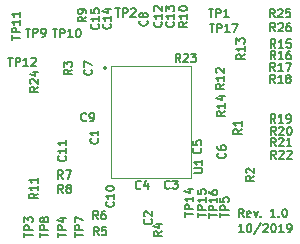
<source format=gbr>
G04 #@! TF.GenerationSoftware,KiCad,Pcbnew,5.1.5+dfsg1-2~bpo10+1*
G04 #@! TF.CreationDate,2020-02-19T21:48:08+01:00*
G04 #@! TF.ProjectId,zglue-gem1-adapter,7a676c75-652d-4676-956d-312d61646170,rev?*
G04 #@! TF.SameCoordinates,Original*
G04 #@! TF.FileFunction,Legend,Top*
G04 #@! TF.FilePolarity,Positive*
%FSLAX46Y46*%
G04 Gerber Fmt 4.6, Leading zero omitted, Abs format (unit mm)*
G04 Created by KiCad (PCBNEW 5.1.5+dfsg1-2~bpo10+1) date 2020-02-19 21:48:08*
%MOMM*%
%LPD*%
G04 APERTURE LIST*
%ADD10C,0.150000*%
%ADD11C,0.200000*%
%ADD12C,0.100000*%
G04 APERTURE END LIST*
D10*
X20336666Y-19306666D02*
X19936666Y-19306666D01*
X20136666Y-19306666D02*
X20136666Y-18606666D01*
X20070000Y-18706666D01*
X20003333Y-18773333D01*
X19936666Y-18806666D01*
X20770000Y-18606666D02*
X20836666Y-18606666D01*
X20903333Y-18640000D01*
X20936666Y-18673333D01*
X20970000Y-18740000D01*
X21003333Y-18873333D01*
X21003333Y-19040000D01*
X20970000Y-19173333D01*
X20936666Y-19240000D01*
X20903333Y-19273333D01*
X20836666Y-19306666D01*
X20770000Y-19306666D01*
X20703333Y-19273333D01*
X20670000Y-19240000D01*
X20636666Y-19173333D01*
X20603333Y-19040000D01*
X20603333Y-18873333D01*
X20636666Y-18740000D01*
X20670000Y-18673333D01*
X20703333Y-18640000D01*
X20770000Y-18606666D01*
X21803333Y-18573333D02*
X21203333Y-19473333D01*
X22003333Y-18673333D02*
X22036666Y-18640000D01*
X22103333Y-18606666D01*
X22270000Y-18606666D01*
X22336666Y-18640000D01*
X22370000Y-18673333D01*
X22403333Y-18740000D01*
X22403333Y-18806666D01*
X22370000Y-18906666D01*
X21970000Y-19306666D01*
X22403333Y-19306666D01*
X22836666Y-18606666D02*
X22903333Y-18606666D01*
X22970000Y-18640000D01*
X23003333Y-18673333D01*
X23036666Y-18740000D01*
X23070000Y-18873333D01*
X23070000Y-19040000D01*
X23036666Y-19173333D01*
X23003333Y-19240000D01*
X22970000Y-19273333D01*
X22903333Y-19306666D01*
X22836666Y-19306666D01*
X22770000Y-19273333D01*
X22736666Y-19240000D01*
X22703333Y-19173333D01*
X22670000Y-19040000D01*
X22670000Y-18873333D01*
X22703333Y-18740000D01*
X22736666Y-18673333D01*
X22770000Y-18640000D01*
X22836666Y-18606666D01*
X23736666Y-19306666D02*
X23336666Y-19306666D01*
X23536666Y-19306666D02*
X23536666Y-18606666D01*
X23470000Y-18706666D01*
X23403333Y-18773333D01*
X23336666Y-18806666D01*
X24070000Y-19306666D02*
X24203333Y-19306666D01*
X24270000Y-19273333D01*
X24303333Y-19240000D01*
X24370000Y-19140000D01*
X24403333Y-19006666D01*
X24403333Y-18740000D01*
X24370000Y-18673333D01*
X24336666Y-18640000D01*
X24270000Y-18606666D01*
X24136666Y-18606666D01*
X24070000Y-18640000D01*
X24036666Y-18673333D01*
X24003333Y-18740000D01*
X24003333Y-18906666D01*
X24036666Y-18973333D01*
X24070000Y-19006666D01*
X24136666Y-19040000D01*
X24270000Y-19040000D01*
X24336666Y-19006666D01*
X24370000Y-18973333D01*
X24403333Y-18906666D01*
X20353333Y-18026666D02*
X20120000Y-17693333D01*
X19953333Y-18026666D02*
X19953333Y-17326666D01*
X20220000Y-17326666D01*
X20286666Y-17360000D01*
X20320000Y-17393333D01*
X20353333Y-17460000D01*
X20353333Y-17560000D01*
X20320000Y-17626666D01*
X20286666Y-17660000D01*
X20220000Y-17693333D01*
X19953333Y-17693333D01*
X20920000Y-17993333D02*
X20853333Y-18026666D01*
X20720000Y-18026666D01*
X20653333Y-17993333D01*
X20620000Y-17926666D01*
X20620000Y-17660000D01*
X20653333Y-17593333D01*
X20720000Y-17560000D01*
X20853333Y-17560000D01*
X20920000Y-17593333D01*
X20953333Y-17660000D01*
X20953333Y-17726666D01*
X20620000Y-17793333D01*
X21186666Y-17560000D02*
X21353333Y-18026666D01*
X21520000Y-17560000D01*
X21786666Y-17960000D02*
X21820000Y-17993333D01*
X21786666Y-18026666D01*
X21753333Y-17993333D01*
X21786666Y-17960000D01*
X21786666Y-18026666D01*
X23020000Y-18026666D02*
X22620000Y-18026666D01*
X22820000Y-18026666D02*
X22820000Y-17326666D01*
X22753333Y-17426666D01*
X22686666Y-17493333D01*
X22620000Y-17526666D01*
X23320000Y-17960000D02*
X23353333Y-17993333D01*
X23320000Y-18026666D01*
X23286666Y-17993333D01*
X23320000Y-17960000D01*
X23320000Y-18026666D01*
X23786666Y-17326666D02*
X23853333Y-17326666D01*
X23920000Y-17360000D01*
X23953333Y-17393333D01*
X23986666Y-17460000D01*
X24020000Y-17593333D01*
X24020000Y-17760000D01*
X23986666Y-17893333D01*
X23953333Y-17960000D01*
X23920000Y-17993333D01*
X23853333Y-18026666D01*
X23786666Y-18026666D01*
X23720000Y-17993333D01*
X23686666Y-17960000D01*
X23653333Y-17893333D01*
X23620000Y-17760000D01*
X23620000Y-17593333D01*
X23653333Y-17460000D01*
X23686666Y-17393333D01*
X23720000Y-17360000D01*
X23786666Y-17326666D01*
D11*
X8750000Y-5400000D02*
G75*
G03X8750000Y-5400000I-150000J0D01*
G01*
D12*
X15900000Y-5250000D02*
X9100000Y-5250000D01*
X15900000Y-14750000D02*
X9100000Y-14750000D01*
X9100000Y-14750000D02*
X9100000Y-5250000D01*
X15900000Y-14750000D02*
X15900000Y-5250000D01*
D10*
X16156666Y-14283333D02*
X16723333Y-14283333D01*
X16790000Y-14250000D01*
X16823333Y-14216666D01*
X16856666Y-14150000D01*
X16856666Y-14016666D01*
X16823333Y-13950000D01*
X16790000Y-13916666D01*
X16723333Y-13883333D01*
X16156666Y-13883333D01*
X16856666Y-13183333D02*
X16856666Y-13583333D01*
X16856666Y-13383333D02*
X16156666Y-13383333D01*
X16256666Y-13450000D01*
X16323333Y-13516666D01*
X16356666Y-13583333D01*
X3106666Y-19743333D02*
X3106666Y-19343333D01*
X3806666Y-19543333D02*
X3106666Y-19543333D01*
X3806666Y-19110000D02*
X3106666Y-19110000D01*
X3106666Y-18843333D01*
X3140000Y-18776666D01*
X3173333Y-18743333D01*
X3240000Y-18710000D01*
X3340000Y-18710000D01*
X3406666Y-18743333D01*
X3440000Y-18776666D01*
X3473333Y-18843333D01*
X3473333Y-19110000D01*
X3406666Y-18310000D02*
X3373333Y-18376666D01*
X3340000Y-18410000D01*
X3273333Y-18443333D01*
X3240000Y-18443333D01*
X3173333Y-18410000D01*
X3140000Y-18376666D01*
X3106666Y-18310000D01*
X3106666Y-18176666D01*
X3140000Y-18110000D01*
X3173333Y-18076666D01*
X3240000Y-18043333D01*
X3273333Y-18043333D01*
X3340000Y-18076666D01*
X3373333Y-18110000D01*
X3406666Y-18176666D01*
X3406666Y-18310000D01*
X3440000Y-18376666D01*
X3473333Y-18410000D01*
X3540000Y-18443333D01*
X3673333Y-18443333D01*
X3740000Y-18410000D01*
X3773333Y-18376666D01*
X3806666Y-18310000D01*
X3806666Y-18176666D01*
X3773333Y-18110000D01*
X3740000Y-18076666D01*
X3673333Y-18043333D01*
X3540000Y-18043333D01*
X3473333Y-18076666D01*
X3440000Y-18110000D01*
X3406666Y-18176666D01*
X1786666Y-19743333D02*
X1786666Y-19343333D01*
X2486666Y-19543333D02*
X1786666Y-19543333D01*
X2486666Y-19110000D02*
X1786666Y-19110000D01*
X1786666Y-18843333D01*
X1820000Y-18776666D01*
X1853333Y-18743333D01*
X1920000Y-18710000D01*
X2020000Y-18710000D01*
X2086666Y-18743333D01*
X2120000Y-18776666D01*
X2153333Y-18843333D01*
X2153333Y-19110000D01*
X1786666Y-18476666D02*
X1786666Y-18043333D01*
X2053333Y-18276666D01*
X2053333Y-18176666D01*
X2086666Y-18110000D01*
X2120000Y-18076666D01*
X2186666Y-18043333D01*
X2353333Y-18043333D01*
X2420000Y-18076666D01*
X2453333Y-18110000D01*
X2486666Y-18176666D01*
X2486666Y-18376666D01*
X2453333Y-18443333D01*
X2420000Y-18476666D01*
X18366666Y-18063333D02*
X18366666Y-17663333D01*
X19066666Y-17863333D02*
X18366666Y-17863333D01*
X19066666Y-17430000D02*
X18366666Y-17430000D01*
X18366666Y-17163333D01*
X18400000Y-17096666D01*
X18433333Y-17063333D01*
X18500000Y-17030000D01*
X18600000Y-17030000D01*
X18666666Y-17063333D01*
X18700000Y-17096666D01*
X18733333Y-17163333D01*
X18733333Y-17430000D01*
X18366666Y-16396666D02*
X18366666Y-16730000D01*
X18700000Y-16763333D01*
X18666666Y-16730000D01*
X18633333Y-16663333D01*
X18633333Y-16496666D01*
X18666666Y-16430000D01*
X18700000Y-16396666D01*
X18766666Y-16363333D01*
X18933333Y-16363333D01*
X19000000Y-16396666D01*
X19033333Y-16430000D01*
X19066666Y-16496666D01*
X19066666Y-16663333D01*
X19033333Y-16730000D01*
X19000000Y-16763333D01*
X22970000Y-1126666D02*
X22736666Y-793333D01*
X22570000Y-1126666D02*
X22570000Y-426666D01*
X22836666Y-426666D01*
X22903333Y-460000D01*
X22936666Y-493333D01*
X22970000Y-560000D01*
X22970000Y-660000D01*
X22936666Y-726666D01*
X22903333Y-760000D01*
X22836666Y-793333D01*
X22570000Y-793333D01*
X23236666Y-493333D02*
X23270000Y-460000D01*
X23336666Y-426666D01*
X23503333Y-426666D01*
X23570000Y-460000D01*
X23603333Y-493333D01*
X23636666Y-560000D01*
X23636666Y-626666D01*
X23603333Y-726666D01*
X23203333Y-1126666D01*
X23636666Y-1126666D01*
X24270000Y-426666D02*
X23936666Y-426666D01*
X23903333Y-760000D01*
X23936666Y-726666D01*
X24003333Y-693333D01*
X24170000Y-693333D01*
X24236666Y-726666D01*
X24270000Y-760000D01*
X24303333Y-826666D01*
X24303333Y-993333D01*
X24270000Y-1060000D01*
X24236666Y-1093333D01*
X24170000Y-1126666D01*
X24003333Y-1126666D01*
X23936666Y-1093333D01*
X23903333Y-1060000D01*
X23010000Y-2306666D02*
X22776666Y-1973333D01*
X22610000Y-2306666D02*
X22610000Y-1606666D01*
X22876666Y-1606666D01*
X22943333Y-1640000D01*
X22976666Y-1673333D01*
X23010000Y-1740000D01*
X23010000Y-1840000D01*
X22976666Y-1906666D01*
X22943333Y-1940000D01*
X22876666Y-1973333D01*
X22610000Y-1973333D01*
X23276666Y-1673333D02*
X23310000Y-1640000D01*
X23376666Y-1606666D01*
X23543333Y-1606666D01*
X23610000Y-1640000D01*
X23643333Y-1673333D01*
X23676666Y-1740000D01*
X23676666Y-1806666D01*
X23643333Y-1906666D01*
X23243333Y-2306666D01*
X23676666Y-2306666D01*
X24276666Y-1606666D02*
X24143333Y-1606666D01*
X24076666Y-1640000D01*
X24043333Y-1673333D01*
X23976666Y-1773333D01*
X23943333Y-1906666D01*
X23943333Y-2173333D01*
X23976666Y-2240000D01*
X24010000Y-2273333D01*
X24076666Y-2306666D01*
X24210000Y-2306666D01*
X24276666Y-2273333D01*
X24310000Y-2240000D01*
X24343333Y-2173333D01*
X24343333Y-2006666D01*
X24310000Y-1940000D01*
X24276666Y-1906666D01*
X24210000Y-1873333D01*
X24076666Y-1873333D01*
X24010000Y-1906666D01*
X23976666Y-1940000D01*
X23943333Y-2006666D01*
X9310000Y-16730000D02*
X9343333Y-16763333D01*
X9376666Y-16863333D01*
X9376666Y-16930000D01*
X9343333Y-17030000D01*
X9276666Y-17096666D01*
X9210000Y-17130000D01*
X9076666Y-17163333D01*
X8976666Y-17163333D01*
X8843333Y-17130000D01*
X8776666Y-17096666D01*
X8710000Y-17030000D01*
X8676666Y-16930000D01*
X8676666Y-16863333D01*
X8710000Y-16763333D01*
X8743333Y-16730000D01*
X9376666Y-16063333D02*
X9376666Y-16463333D01*
X9376666Y-16263333D02*
X8676666Y-16263333D01*
X8776666Y-16330000D01*
X8843333Y-16396666D01*
X8876666Y-16463333D01*
X8676666Y-15630000D02*
X8676666Y-15563333D01*
X8710000Y-15496666D01*
X8743333Y-15463333D01*
X8810000Y-15430000D01*
X8943333Y-15396666D01*
X9110000Y-15396666D01*
X9243333Y-15430000D01*
X9310000Y-15463333D01*
X9343333Y-15496666D01*
X9376666Y-15563333D01*
X9376666Y-15630000D01*
X9343333Y-15696666D01*
X9310000Y-15730000D01*
X9243333Y-15763333D01*
X9110000Y-15796666D01*
X8943333Y-15796666D01*
X8810000Y-15763333D01*
X8743333Y-15730000D01*
X8710000Y-15696666D01*
X8676666Y-15630000D01*
X17406666Y-18096666D02*
X17406666Y-17696666D01*
X18106666Y-17896666D02*
X17406666Y-17896666D01*
X18106666Y-17463333D02*
X17406666Y-17463333D01*
X17406666Y-17196666D01*
X17440000Y-17130000D01*
X17473333Y-17096666D01*
X17540000Y-17063333D01*
X17640000Y-17063333D01*
X17706666Y-17096666D01*
X17740000Y-17130000D01*
X17773333Y-17196666D01*
X17773333Y-17463333D01*
X18106666Y-16396666D02*
X18106666Y-16796666D01*
X18106666Y-16596666D02*
X17406666Y-16596666D01*
X17506666Y-16663333D01*
X17573333Y-16730000D01*
X17606666Y-16796666D01*
X17406666Y-15796666D02*
X17406666Y-15930000D01*
X17440000Y-15996666D01*
X17473333Y-16030000D01*
X17573333Y-16096666D01*
X17706666Y-16130000D01*
X17973333Y-16130000D01*
X18040000Y-16096666D01*
X18073333Y-16063333D01*
X18106666Y-15996666D01*
X18106666Y-15863333D01*
X18073333Y-15796666D01*
X18040000Y-15763333D01*
X17973333Y-15730000D01*
X17806666Y-15730000D01*
X17740000Y-15763333D01*
X17706666Y-15796666D01*
X17673333Y-15863333D01*
X17673333Y-15996666D01*
X17706666Y-16063333D01*
X17740000Y-16096666D01*
X17806666Y-16130000D01*
X15356666Y-17996666D02*
X15356666Y-17596666D01*
X16056666Y-17796666D02*
X15356666Y-17796666D01*
X16056666Y-17363333D02*
X15356666Y-17363333D01*
X15356666Y-17096666D01*
X15390000Y-17030000D01*
X15423333Y-16996666D01*
X15490000Y-16963333D01*
X15590000Y-16963333D01*
X15656666Y-16996666D01*
X15690000Y-17030000D01*
X15723333Y-17096666D01*
X15723333Y-17363333D01*
X16056666Y-16296666D02*
X16056666Y-16696666D01*
X16056666Y-16496666D02*
X15356666Y-16496666D01*
X15456666Y-16563333D01*
X15523333Y-16630000D01*
X15556666Y-16696666D01*
X15590000Y-15696666D02*
X16056666Y-15696666D01*
X15323333Y-15863333D02*
X15823333Y-16030000D01*
X15823333Y-15596666D01*
X16436666Y-18046666D02*
X16436666Y-17646666D01*
X17136666Y-17846666D02*
X16436666Y-17846666D01*
X17136666Y-17413333D02*
X16436666Y-17413333D01*
X16436666Y-17146666D01*
X16470000Y-17080000D01*
X16503333Y-17046666D01*
X16570000Y-17013333D01*
X16670000Y-17013333D01*
X16736666Y-17046666D01*
X16770000Y-17080000D01*
X16803333Y-17146666D01*
X16803333Y-17413333D01*
X17136666Y-16346666D02*
X17136666Y-16746666D01*
X17136666Y-16546666D02*
X16436666Y-16546666D01*
X16536666Y-16613333D01*
X16603333Y-16680000D01*
X16636666Y-16746666D01*
X16436666Y-15713333D02*
X16436666Y-16046666D01*
X16770000Y-16080000D01*
X16736666Y-16046666D01*
X16703333Y-15980000D01*
X16703333Y-15813333D01*
X16736666Y-15746666D01*
X16770000Y-15713333D01*
X16836666Y-15680000D01*
X17003333Y-15680000D01*
X17070000Y-15713333D01*
X17103333Y-15746666D01*
X17136666Y-15813333D01*
X17136666Y-15980000D01*
X17103333Y-16046666D01*
X17070000Y-16080000D01*
X23030000Y-3696666D02*
X22796666Y-3363333D01*
X22630000Y-3696666D02*
X22630000Y-2996666D01*
X22896666Y-2996666D01*
X22963333Y-3030000D01*
X22996666Y-3063333D01*
X23030000Y-3130000D01*
X23030000Y-3230000D01*
X22996666Y-3296666D01*
X22963333Y-3330000D01*
X22896666Y-3363333D01*
X22630000Y-3363333D01*
X23696666Y-3696666D02*
X23296666Y-3696666D01*
X23496666Y-3696666D02*
X23496666Y-2996666D01*
X23430000Y-3096666D01*
X23363333Y-3163333D01*
X23296666Y-3196666D01*
X24330000Y-2996666D02*
X23996666Y-2996666D01*
X23963333Y-3330000D01*
X23996666Y-3296666D01*
X24063333Y-3263333D01*
X24230000Y-3263333D01*
X24296666Y-3296666D01*
X24330000Y-3330000D01*
X24363333Y-3396666D01*
X24363333Y-3563333D01*
X24330000Y-3630000D01*
X24296666Y-3663333D01*
X24230000Y-3696666D01*
X24063333Y-3696666D01*
X23996666Y-3663333D01*
X23963333Y-3630000D01*
X23010000Y-5666666D02*
X22776666Y-5333333D01*
X22610000Y-5666666D02*
X22610000Y-4966666D01*
X22876666Y-4966666D01*
X22943333Y-5000000D01*
X22976666Y-5033333D01*
X23010000Y-5100000D01*
X23010000Y-5200000D01*
X22976666Y-5266666D01*
X22943333Y-5300000D01*
X22876666Y-5333333D01*
X22610000Y-5333333D01*
X23676666Y-5666666D02*
X23276666Y-5666666D01*
X23476666Y-5666666D02*
X23476666Y-4966666D01*
X23410000Y-5066666D01*
X23343333Y-5133333D01*
X23276666Y-5166666D01*
X23910000Y-4966666D02*
X24376666Y-4966666D01*
X24076666Y-5666666D01*
X23030000Y-4676666D02*
X22796666Y-4343333D01*
X22630000Y-4676666D02*
X22630000Y-3976666D01*
X22896666Y-3976666D01*
X22963333Y-4010000D01*
X22996666Y-4043333D01*
X23030000Y-4110000D01*
X23030000Y-4210000D01*
X22996666Y-4276666D01*
X22963333Y-4310000D01*
X22896666Y-4343333D01*
X22630000Y-4343333D01*
X23696666Y-4676666D02*
X23296666Y-4676666D01*
X23496666Y-4676666D02*
X23496666Y-3976666D01*
X23430000Y-4076666D01*
X23363333Y-4143333D01*
X23296666Y-4176666D01*
X24296666Y-3976666D02*
X24163333Y-3976666D01*
X24096666Y-4010000D01*
X24063333Y-4043333D01*
X23996666Y-4143333D01*
X23963333Y-4276666D01*
X23963333Y-4543333D01*
X23996666Y-4610000D01*
X24030000Y-4643333D01*
X24096666Y-4676666D01*
X24230000Y-4676666D01*
X24296666Y-4643333D01*
X24330000Y-4610000D01*
X24363333Y-4543333D01*
X24363333Y-4376666D01*
X24330000Y-4310000D01*
X24296666Y-4276666D01*
X24230000Y-4243333D01*
X24096666Y-4243333D01*
X24030000Y-4276666D01*
X23996666Y-4310000D01*
X23963333Y-4376666D01*
X5811666Y-5541666D02*
X5478333Y-5775000D01*
X5811666Y-5941666D02*
X5111666Y-5941666D01*
X5111666Y-5675000D01*
X5145000Y-5608333D01*
X5178333Y-5575000D01*
X5245000Y-5541666D01*
X5345000Y-5541666D01*
X5411666Y-5575000D01*
X5445000Y-5608333D01*
X5478333Y-5675000D01*
X5478333Y-5941666D01*
X5111666Y-5308333D02*
X5111666Y-4875000D01*
X5378333Y-5108333D01*
X5378333Y-5008333D01*
X5411666Y-4941666D01*
X5445000Y-4908333D01*
X5511666Y-4875000D01*
X5678333Y-4875000D01*
X5745000Y-4908333D01*
X5778333Y-4941666D01*
X5811666Y-5008333D01*
X5811666Y-5208333D01*
X5778333Y-5275000D01*
X5745000Y-5308333D01*
X13416666Y-19246666D02*
X13083333Y-19480000D01*
X13416666Y-19646666D02*
X12716666Y-19646666D01*
X12716666Y-19380000D01*
X12750000Y-19313333D01*
X12783333Y-19280000D01*
X12850000Y-19246666D01*
X12950000Y-19246666D01*
X13016666Y-19280000D01*
X13050000Y-19313333D01*
X13083333Y-19380000D01*
X13083333Y-19646666D01*
X12950000Y-18646666D02*
X13416666Y-18646666D01*
X12683333Y-18813333D02*
X13183333Y-18980000D01*
X13183333Y-18546666D01*
X12150000Y-1396666D02*
X12183333Y-1430000D01*
X12216666Y-1530000D01*
X12216666Y-1596666D01*
X12183333Y-1696666D01*
X12116666Y-1763333D01*
X12050000Y-1796666D01*
X11916666Y-1830000D01*
X11816666Y-1830000D01*
X11683333Y-1796666D01*
X11616666Y-1763333D01*
X11550000Y-1696666D01*
X11516666Y-1596666D01*
X11516666Y-1530000D01*
X11550000Y-1430000D01*
X11583333Y-1396666D01*
X11816666Y-996666D02*
X11783333Y-1063333D01*
X11750000Y-1096666D01*
X11683333Y-1130000D01*
X11650000Y-1130000D01*
X11583333Y-1096666D01*
X11550000Y-1063333D01*
X11516666Y-996666D01*
X11516666Y-863333D01*
X11550000Y-796666D01*
X11583333Y-763333D01*
X11650000Y-730000D01*
X11683333Y-730000D01*
X11750000Y-763333D01*
X11783333Y-796666D01*
X11816666Y-863333D01*
X11816666Y-996666D01*
X11850000Y-1063333D01*
X11883333Y-1096666D01*
X11950000Y-1130000D01*
X12083333Y-1130000D01*
X12150000Y-1096666D01*
X12183333Y-1063333D01*
X12216666Y-996666D01*
X12216666Y-863333D01*
X12183333Y-796666D01*
X12150000Y-763333D01*
X12083333Y-730000D01*
X11950000Y-730000D01*
X11883333Y-763333D01*
X11850000Y-796666D01*
X11816666Y-863333D01*
X7440000Y-5556666D02*
X7473333Y-5590000D01*
X7506666Y-5690000D01*
X7506666Y-5756666D01*
X7473333Y-5856666D01*
X7406666Y-5923333D01*
X7340000Y-5956666D01*
X7206666Y-5990000D01*
X7106666Y-5990000D01*
X6973333Y-5956666D01*
X6906666Y-5923333D01*
X6840000Y-5856666D01*
X6806666Y-5756666D01*
X6806666Y-5690000D01*
X6840000Y-5590000D01*
X6873333Y-5556666D01*
X6806666Y-5323333D02*
X6806666Y-4856666D01*
X7506666Y-5156666D01*
X18750000Y-12626666D02*
X18783333Y-12660000D01*
X18816666Y-12760000D01*
X18816666Y-12826666D01*
X18783333Y-12926666D01*
X18716666Y-12993333D01*
X18650000Y-13026666D01*
X18516666Y-13060000D01*
X18416666Y-13060000D01*
X18283333Y-13026666D01*
X18216666Y-12993333D01*
X18150000Y-12926666D01*
X18116666Y-12826666D01*
X18116666Y-12760000D01*
X18150000Y-12660000D01*
X18183333Y-12626666D01*
X18116666Y-12026666D02*
X18116666Y-12160000D01*
X18150000Y-12226666D01*
X18183333Y-12260000D01*
X18283333Y-12326666D01*
X18416666Y-12360000D01*
X18683333Y-12360000D01*
X18750000Y-12326666D01*
X18783333Y-12293333D01*
X18816666Y-12226666D01*
X18816666Y-12093333D01*
X18783333Y-12026666D01*
X18750000Y-11993333D01*
X18683333Y-11960000D01*
X18516666Y-11960000D01*
X18450000Y-11993333D01*
X18416666Y-12026666D01*
X18383333Y-12093333D01*
X18383333Y-12226666D01*
X18416666Y-12293333D01*
X18450000Y-12326666D01*
X18516666Y-12360000D01*
X16690000Y-12206666D02*
X16723333Y-12240000D01*
X16756666Y-12340000D01*
X16756666Y-12406666D01*
X16723333Y-12506666D01*
X16656666Y-12573333D01*
X16590000Y-12606666D01*
X16456666Y-12640000D01*
X16356666Y-12640000D01*
X16223333Y-12606666D01*
X16156666Y-12573333D01*
X16090000Y-12506666D01*
X16056666Y-12406666D01*
X16056666Y-12340000D01*
X16090000Y-12240000D01*
X16123333Y-12206666D01*
X16056666Y-11573333D02*
X16056666Y-11906666D01*
X16390000Y-11940000D01*
X16356666Y-11906666D01*
X16323333Y-11840000D01*
X16323333Y-11673333D01*
X16356666Y-11606666D01*
X16390000Y-11573333D01*
X16456666Y-11540000D01*
X16623333Y-11540000D01*
X16690000Y-11573333D01*
X16723333Y-11606666D01*
X16756666Y-11673333D01*
X16756666Y-11840000D01*
X16723333Y-11906666D01*
X16690000Y-11940000D01*
X11633333Y-15580000D02*
X11600000Y-15613333D01*
X11500000Y-15646666D01*
X11433333Y-15646666D01*
X11333333Y-15613333D01*
X11266666Y-15546666D01*
X11233333Y-15480000D01*
X11200000Y-15346666D01*
X11200000Y-15246666D01*
X11233333Y-15113333D01*
X11266666Y-15046666D01*
X11333333Y-14980000D01*
X11433333Y-14946666D01*
X11500000Y-14946666D01*
X11600000Y-14980000D01*
X11633333Y-15013333D01*
X12233333Y-15180000D02*
X12233333Y-15646666D01*
X12066666Y-14913333D02*
X11900000Y-15413333D01*
X12333333Y-15413333D01*
X14083333Y-15570000D02*
X14050000Y-15603333D01*
X13950000Y-15636666D01*
X13883333Y-15636666D01*
X13783333Y-15603333D01*
X13716666Y-15536666D01*
X13683333Y-15470000D01*
X13650000Y-15336666D01*
X13650000Y-15236666D01*
X13683333Y-15103333D01*
X13716666Y-15036666D01*
X13783333Y-14970000D01*
X13883333Y-14936666D01*
X13950000Y-14936666D01*
X14050000Y-14970000D01*
X14083333Y-15003333D01*
X14316666Y-14936666D02*
X14750000Y-14936666D01*
X14516666Y-15203333D01*
X14616666Y-15203333D01*
X14683333Y-15236666D01*
X14716666Y-15270000D01*
X14750000Y-15336666D01*
X14750000Y-15503333D01*
X14716666Y-15570000D01*
X14683333Y-15603333D01*
X14616666Y-15636666D01*
X14416666Y-15636666D01*
X14350000Y-15603333D01*
X14316666Y-15570000D01*
X12520000Y-18216666D02*
X12553333Y-18250000D01*
X12586666Y-18350000D01*
X12586666Y-18416666D01*
X12553333Y-18516666D01*
X12486666Y-18583333D01*
X12420000Y-18616666D01*
X12286666Y-18650000D01*
X12186666Y-18650000D01*
X12053333Y-18616666D01*
X11986666Y-18583333D01*
X11920000Y-18516666D01*
X11886666Y-18416666D01*
X11886666Y-18350000D01*
X11920000Y-18250000D01*
X11953333Y-18216666D01*
X11953333Y-17950000D02*
X11920000Y-17916666D01*
X11886666Y-17850000D01*
X11886666Y-17683333D01*
X11920000Y-17616666D01*
X11953333Y-17583333D01*
X12020000Y-17550000D01*
X12086666Y-17550000D01*
X12186666Y-17583333D01*
X12586666Y-17983333D01*
X12586666Y-17550000D01*
X13350000Y-1500000D02*
X13383333Y-1533333D01*
X13416666Y-1633333D01*
X13416666Y-1700000D01*
X13383333Y-1800000D01*
X13316666Y-1866666D01*
X13250000Y-1900000D01*
X13116666Y-1933333D01*
X13016666Y-1933333D01*
X12883333Y-1900000D01*
X12816666Y-1866666D01*
X12750000Y-1800000D01*
X12716666Y-1700000D01*
X12716666Y-1633333D01*
X12750000Y-1533333D01*
X12783333Y-1500000D01*
X13416666Y-833333D02*
X13416666Y-1233333D01*
X13416666Y-1033333D02*
X12716666Y-1033333D01*
X12816666Y-1100000D01*
X12883333Y-1166666D01*
X12916666Y-1233333D01*
X12783333Y-566666D02*
X12750000Y-533333D01*
X12716666Y-466666D01*
X12716666Y-300000D01*
X12750000Y-233333D01*
X12783333Y-200000D01*
X12850000Y-166666D01*
X12916666Y-166666D01*
X13016666Y-200000D01*
X13416666Y-600000D01*
X13416666Y-166666D01*
X14380000Y-1500000D02*
X14413333Y-1533333D01*
X14446666Y-1633333D01*
X14446666Y-1700000D01*
X14413333Y-1800000D01*
X14346666Y-1866666D01*
X14280000Y-1900000D01*
X14146666Y-1933333D01*
X14046666Y-1933333D01*
X13913333Y-1900000D01*
X13846666Y-1866666D01*
X13780000Y-1800000D01*
X13746666Y-1700000D01*
X13746666Y-1633333D01*
X13780000Y-1533333D01*
X13813333Y-1500000D01*
X14446666Y-833333D02*
X14446666Y-1233333D01*
X14446666Y-1033333D02*
X13746666Y-1033333D01*
X13846666Y-1100000D01*
X13913333Y-1166666D01*
X13946666Y-1233333D01*
X13746666Y-600000D02*
X13746666Y-166666D01*
X14013333Y-400000D01*
X14013333Y-300000D01*
X14046666Y-233333D01*
X14080000Y-200000D01*
X14146666Y-166666D01*
X14313333Y-166666D01*
X14380000Y-200000D01*
X14413333Y-233333D01*
X14446666Y-300000D01*
X14446666Y-500000D01*
X14413333Y-566666D01*
X14380000Y-600000D01*
X9040000Y-1664999D02*
X9073333Y-1698333D01*
X9106666Y-1798333D01*
X9106666Y-1864999D01*
X9073333Y-1964999D01*
X9006666Y-2031666D01*
X8940000Y-2064999D01*
X8806666Y-2098333D01*
X8706666Y-2098333D01*
X8573333Y-2064999D01*
X8506666Y-2031666D01*
X8440000Y-1964999D01*
X8406666Y-1864999D01*
X8406666Y-1798333D01*
X8440000Y-1698333D01*
X8473333Y-1664999D01*
X9106666Y-998333D02*
X9106666Y-1398333D01*
X9106666Y-1198333D02*
X8406666Y-1198333D01*
X8506666Y-1265000D01*
X8573333Y-1331666D01*
X8606666Y-1398333D01*
X8640000Y-398333D02*
X9106666Y-398333D01*
X8373333Y-565000D02*
X8873333Y-731666D01*
X8873333Y-298333D01*
X7980000Y-11376666D02*
X8013333Y-11410000D01*
X8046666Y-11510000D01*
X8046666Y-11576666D01*
X8013333Y-11676666D01*
X7946666Y-11743333D01*
X7880000Y-11776666D01*
X7746666Y-11810000D01*
X7646666Y-11810000D01*
X7513333Y-11776666D01*
X7446666Y-11743333D01*
X7380000Y-11676666D01*
X7346666Y-11576666D01*
X7346666Y-11510000D01*
X7380000Y-11410000D01*
X7413333Y-11376666D01*
X8046666Y-10710000D02*
X8046666Y-11110000D01*
X8046666Y-10910000D02*
X7346666Y-10910000D01*
X7446666Y-10976666D01*
X7513333Y-11043333D01*
X7546666Y-11110000D01*
X2906666Y-16040000D02*
X2573333Y-16273333D01*
X2906666Y-16440000D02*
X2206666Y-16440000D01*
X2206666Y-16173333D01*
X2240000Y-16106666D01*
X2273333Y-16073333D01*
X2340000Y-16040000D01*
X2440000Y-16040000D01*
X2506666Y-16073333D01*
X2540000Y-16106666D01*
X2573333Y-16173333D01*
X2573333Y-16440000D01*
X2906666Y-15373333D02*
X2906666Y-15773333D01*
X2906666Y-15573333D02*
X2206666Y-15573333D01*
X2306666Y-15640000D01*
X2373333Y-15706666D01*
X2406666Y-15773333D01*
X2906666Y-14706666D02*
X2906666Y-15106666D01*
X2906666Y-14906666D02*
X2206666Y-14906666D01*
X2306666Y-14973333D01*
X2373333Y-15040000D01*
X2406666Y-15106666D01*
X2946666Y-7010000D02*
X2613333Y-7243333D01*
X2946666Y-7410000D02*
X2246666Y-7410000D01*
X2246666Y-7143333D01*
X2280000Y-7076666D01*
X2313333Y-7043333D01*
X2380000Y-7010000D01*
X2480000Y-7010000D01*
X2546666Y-7043333D01*
X2580000Y-7076666D01*
X2613333Y-7143333D01*
X2613333Y-7410000D01*
X2313333Y-6743333D02*
X2280000Y-6710000D01*
X2246666Y-6643333D01*
X2246666Y-6476666D01*
X2280000Y-6410000D01*
X2313333Y-6376666D01*
X2380000Y-6343333D01*
X2446666Y-6343333D01*
X2546666Y-6376666D01*
X2946666Y-6776666D01*
X2946666Y-6343333D01*
X2480000Y-5743333D02*
X2946666Y-5743333D01*
X2213333Y-5910000D02*
X2713333Y-6076666D01*
X2713333Y-5643333D01*
X15566666Y-1500000D02*
X15233333Y-1733333D01*
X15566666Y-1900000D02*
X14866666Y-1900000D01*
X14866666Y-1633333D01*
X14900000Y-1566666D01*
X14933333Y-1533333D01*
X15000000Y-1500000D01*
X15100000Y-1500000D01*
X15166666Y-1533333D01*
X15200000Y-1566666D01*
X15233333Y-1633333D01*
X15233333Y-1900000D01*
X15566666Y-833333D02*
X15566666Y-1233333D01*
X15566666Y-1033333D02*
X14866666Y-1033333D01*
X14966666Y-1100000D01*
X15033333Y-1166666D01*
X15066666Y-1233333D01*
X14866666Y-400000D02*
X14866666Y-333333D01*
X14900000Y-266666D01*
X14933333Y-233333D01*
X15000000Y-200000D01*
X15133333Y-166666D01*
X15300000Y-166666D01*
X15433333Y-200000D01*
X15500000Y-233333D01*
X15533333Y-266666D01*
X15566666Y-333333D01*
X15566666Y-400000D01*
X15533333Y-466666D01*
X15500000Y-500000D01*
X15433333Y-533333D01*
X15300000Y-566666D01*
X15133333Y-566666D01*
X15000000Y-533333D01*
X14933333Y-500000D01*
X14900000Y-466666D01*
X14866666Y-400000D01*
X6996666Y-1071666D02*
X6663333Y-1305000D01*
X6996666Y-1471666D02*
X6296666Y-1471666D01*
X6296666Y-1205000D01*
X6330000Y-1138333D01*
X6363333Y-1105000D01*
X6430000Y-1071666D01*
X6530000Y-1071666D01*
X6596666Y-1105000D01*
X6630000Y-1138333D01*
X6663333Y-1205000D01*
X6663333Y-1471666D01*
X6996666Y-738333D02*
X6996666Y-605000D01*
X6963333Y-538333D01*
X6930000Y-505000D01*
X6830000Y-438333D01*
X6696666Y-405000D01*
X6430000Y-405000D01*
X6363333Y-438333D01*
X6330000Y-471666D01*
X6296666Y-538333D01*
X6296666Y-671666D01*
X6330000Y-738333D01*
X6363333Y-771666D01*
X6430000Y-805000D01*
X6596666Y-805000D01*
X6663333Y-771666D01*
X6696666Y-738333D01*
X6730000Y-671666D01*
X6730000Y-538333D01*
X6696666Y-471666D01*
X6663333Y-438333D01*
X6596666Y-405000D01*
X5053333Y-15996666D02*
X4820000Y-15663333D01*
X4653333Y-15996666D02*
X4653333Y-15296666D01*
X4920000Y-15296666D01*
X4986666Y-15330000D01*
X5020000Y-15363333D01*
X5053333Y-15430000D01*
X5053333Y-15530000D01*
X5020000Y-15596666D01*
X4986666Y-15630000D01*
X4920000Y-15663333D01*
X4653333Y-15663333D01*
X5453333Y-15596666D02*
X5386666Y-15563333D01*
X5353333Y-15530000D01*
X5320000Y-15463333D01*
X5320000Y-15430000D01*
X5353333Y-15363333D01*
X5386666Y-15330000D01*
X5453333Y-15296666D01*
X5586666Y-15296666D01*
X5653333Y-15330000D01*
X5686666Y-15363333D01*
X5720000Y-15430000D01*
X5720000Y-15463333D01*
X5686666Y-15530000D01*
X5653333Y-15563333D01*
X5586666Y-15596666D01*
X5453333Y-15596666D01*
X5386666Y-15630000D01*
X5353333Y-15663333D01*
X5320000Y-15730000D01*
X5320000Y-15863333D01*
X5353333Y-15930000D01*
X5386666Y-15963333D01*
X5453333Y-15996666D01*
X5586666Y-15996666D01*
X5653333Y-15963333D01*
X5686666Y-15930000D01*
X5720000Y-15863333D01*
X5720000Y-15730000D01*
X5686666Y-15663333D01*
X5653333Y-15630000D01*
X5586666Y-15596666D01*
X5033333Y-14786666D02*
X4800000Y-14453333D01*
X4633333Y-14786666D02*
X4633333Y-14086666D01*
X4900000Y-14086666D01*
X4966666Y-14120000D01*
X5000000Y-14153333D01*
X5033333Y-14220000D01*
X5033333Y-14320000D01*
X5000000Y-14386666D01*
X4966666Y-14420000D01*
X4900000Y-14453333D01*
X4633333Y-14453333D01*
X5266666Y-14086666D02*
X5733333Y-14086666D01*
X5433333Y-14786666D01*
X8008333Y-18221666D02*
X7775000Y-17888333D01*
X7608333Y-18221666D02*
X7608333Y-17521666D01*
X7875000Y-17521666D01*
X7941666Y-17555000D01*
X7975000Y-17588333D01*
X8008333Y-17655000D01*
X8008333Y-17755000D01*
X7975000Y-17821666D01*
X7941666Y-17855000D01*
X7875000Y-17888333D01*
X7608333Y-17888333D01*
X8608333Y-17521666D02*
X8475000Y-17521666D01*
X8408333Y-17555000D01*
X8375000Y-17588333D01*
X8308333Y-17688333D01*
X8275000Y-17821666D01*
X8275000Y-18088333D01*
X8308333Y-18155000D01*
X8341666Y-18188333D01*
X8408333Y-18221666D01*
X8541666Y-18221666D01*
X8608333Y-18188333D01*
X8641666Y-18155000D01*
X8675000Y-18088333D01*
X8675000Y-17921666D01*
X8641666Y-17855000D01*
X8608333Y-17821666D01*
X8541666Y-17788333D01*
X8408333Y-17788333D01*
X8341666Y-17821666D01*
X8308333Y-17855000D01*
X8275000Y-17921666D01*
X8058333Y-19571666D02*
X7825000Y-19238333D01*
X7658333Y-19571666D02*
X7658333Y-18871666D01*
X7925000Y-18871666D01*
X7991666Y-18905000D01*
X8025000Y-18938333D01*
X8058333Y-19005000D01*
X8058333Y-19105000D01*
X8025000Y-19171666D01*
X7991666Y-19205000D01*
X7925000Y-19238333D01*
X7658333Y-19238333D01*
X8691666Y-18871666D02*
X8358333Y-18871666D01*
X8325000Y-19205000D01*
X8358333Y-19171666D01*
X8425000Y-19138333D01*
X8591666Y-19138333D01*
X8658333Y-19171666D01*
X8691666Y-19205000D01*
X8725000Y-19271666D01*
X8725000Y-19438333D01*
X8691666Y-19505000D01*
X8658333Y-19538333D01*
X8591666Y-19571666D01*
X8425000Y-19571666D01*
X8358333Y-19538333D01*
X8325000Y-19505000D01*
X21236666Y-14556666D02*
X20903333Y-14790000D01*
X21236666Y-14956666D02*
X20536666Y-14956666D01*
X20536666Y-14690000D01*
X20570000Y-14623333D01*
X20603333Y-14590000D01*
X20670000Y-14556666D01*
X20770000Y-14556666D01*
X20836666Y-14590000D01*
X20870000Y-14623333D01*
X20903333Y-14690000D01*
X20903333Y-14956666D01*
X20603333Y-14290000D02*
X20570000Y-14256666D01*
X20536666Y-14190000D01*
X20536666Y-14023333D01*
X20570000Y-13956666D01*
X20603333Y-13923333D01*
X20670000Y-13890000D01*
X20736666Y-13890000D01*
X20836666Y-13923333D01*
X21236666Y-14323333D01*
X21236666Y-13890000D01*
X20166666Y-10556666D02*
X19833333Y-10790000D01*
X20166666Y-10956666D02*
X19466666Y-10956666D01*
X19466666Y-10690000D01*
X19500000Y-10623333D01*
X19533333Y-10590000D01*
X19600000Y-10556666D01*
X19700000Y-10556666D01*
X19766666Y-10590000D01*
X19800000Y-10623333D01*
X19833333Y-10690000D01*
X19833333Y-10956666D01*
X20166666Y-9890000D02*
X20166666Y-10290000D01*
X20166666Y-10090000D02*
X19466666Y-10090000D01*
X19566666Y-10156666D01*
X19633333Y-10223333D01*
X19666666Y-10290000D01*
X20421666Y-4240000D02*
X20088333Y-4473333D01*
X20421666Y-4640000D02*
X19721666Y-4640000D01*
X19721666Y-4373333D01*
X19755000Y-4306666D01*
X19788333Y-4273333D01*
X19855000Y-4240000D01*
X19955000Y-4240000D01*
X20021666Y-4273333D01*
X20055000Y-4306666D01*
X20088333Y-4373333D01*
X20088333Y-4640000D01*
X20421666Y-3573333D02*
X20421666Y-3973333D01*
X20421666Y-3773333D02*
X19721666Y-3773333D01*
X19821666Y-3840000D01*
X19888333Y-3906666D01*
X19921666Y-3973333D01*
X19721666Y-3340000D02*
X19721666Y-2906666D01*
X19988333Y-3140000D01*
X19988333Y-3040000D01*
X20021666Y-2973333D01*
X20055000Y-2940000D01*
X20121666Y-2906666D01*
X20288333Y-2906666D01*
X20355000Y-2940000D01*
X20388333Y-2973333D01*
X20421666Y-3040000D01*
X20421666Y-3240000D01*
X20388333Y-3306666D01*
X20355000Y-3340000D01*
X4586666Y-19743333D02*
X4586666Y-19343333D01*
X5286666Y-19543333D02*
X4586666Y-19543333D01*
X5286666Y-19110000D02*
X4586666Y-19110000D01*
X4586666Y-18843333D01*
X4620000Y-18776666D01*
X4653333Y-18743333D01*
X4720000Y-18710000D01*
X4820000Y-18710000D01*
X4886666Y-18743333D01*
X4920000Y-18776666D01*
X4953333Y-18843333D01*
X4953333Y-19110000D01*
X4820000Y-18110000D02*
X5286666Y-18110000D01*
X4553333Y-18276666D02*
X5053333Y-18443333D01*
X5053333Y-18010000D01*
X1886666Y-2066666D02*
X2286666Y-2066666D01*
X2086666Y-2766666D02*
X2086666Y-2066666D01*
X2520000Y-2766666D02*
X2520000Y-2066666D01*
X2786666Y-2066666D01*
X2853333Y-2100000D01*
X2886666Y-2133333D01*
X2920000Y-2200000D01*
X2920000Y-2300000D01*
X2886666Y-2366666D01*
X2853333Y-2400000D01*
X2786666Y-2433333D01*
X2520000Y-2433333D01*
X3253333Y-2766666D02*
X3386666Y-2766666D01*
X3453333Y-2733333D01*
X3486666Y-2700000D01*
X3553333Y-2600000D01*
X3586666Y-2466666D01*
X3586666Y-2200000D01*
X3553333Y-2133333D01*
X3519999Y-2100000D01*
X3453333Y-2066666D01*
X3319999Y-2066666D01*
X3253333Y-2100000D01*
X3220000Y-2133333D01*
X3186666Y-2200000D01*
X3186666Y-2366666D01*
X3220000Y-2433333D01*
X3253333Y-2466666D01*
X3319999Y-2500000D01*
X3453333Y-2500000D01*
X3519999Y-2466666D01*
X3553333Y-2433333D01*
X3586666Y-2366666D01*
X6066666Y-19723333D02*
X6066666Y-19323333D01*
X6766666Y-19523333D02*
X6066666Y-19523333D01*
X6766666Y-19090000D02*
X6066666Y-19090000D01*
X6066666Y-18823333D01*
X6100000Y-18756666D01*
X6133333Y-18723333D01*
X6200000Y-18690000D01*
X6300000Y-18690000D01*
X6366666Y-18723333D01*
X6400000Y-18756666D01*
X6433333Y-18823333D01*
X6433333Y-19090000D01*
X6066666Y-18456666D02*
X6066666Y-17990000D01*
X6766666Y-18290000D01*
X17376666Y-416666D02*
X17776666Y-416666D01*
X17576666Y-1116666D02*
X17576666Y-416666D01*
X18010000Y-1116666D02*
X18010000Y-416666D01*
X18276666Y-416666D01*
X18343333Y-450000D01*
X18376666Y-483333D01*
X18410000Y-550000D01*
X18410000Y-650000D01*
X18376666Y-716666D01*
X18343333Y-750000D01*
X18276666Y-783333D01*
X18010000Y-783333D01*
X19076666Y-1116666D02*
X18676666Y-1116666D01*
X18876666Y-1116666D02*
X18876666Y-416666D01*
X18810000Y-516666D01*
X18743333Y-583333D01*
X18676666Y-616666D01*
X9486666Y-356666D02*
X9886666Y-356666D01*
X9686666Y-1056666D02*
X9686666Y-356666D01*
X10120000Y-1056666D02*
X10120000Y-356666D01*
X10386666Y-356666D01*
X10453333Y-390000D01*
X10486666Y-423333D01*
X10520000Y-490000D01*
X10520000Y-590000D01*
X10486666Y-656666D01*
X10453333Y-690000D01*
X10386666Y-723333D01*
X10120000Y-723333D01*
X10786666Y-423333D02*
X10820000Y-390000D01*
X10886666Y-356666D01*
X11053333Y-356666D01*
X11120000Y-390000D01*
X11153333Y-423333D01*
X11186666Y-490000D01*
X11186666Y-556666D01*
X11153333Y-656666D01*
X10753333Y-1056666D01*
X11186666Y-1056666D01*
X716666Y-3036666D02*
X716666Y-2636666D01*
X1416666Y-2836666D02*
X716666Y-2836666D01*
X1416666Y-2403333D02*
X716666Y-2403333D01*
X716666Y-2136666D01*
X750000Y-2070000D01*
X783333Y-2036666D01*
X850000Y-2003333D01*
X950000Y-2003333D01*
X1016666Y-2036666D01*
X1050000Y-2070000D01*
X1083333Y-2136666D01*
X1083333Y-2403333D01*
X1416666Y-1336666D02*
X1416666Y-1736666D01*
X1416666Y-1536666D02*
X716666Y-1536666D01*
X816666Y-1603333D01*
X883333Y-1670000D01*
X916666Y-1736666D01*
X1416666Y-670000D02*
X1416666Y-1070000D01*
X1416666Y-870000D02*
X716666Y-870000D01*
X816666Y-936666D01*
X883333Y-1003333D01*
X916666Y-1070000D01*
X393333Y-4536666D02*
X793333Y-4536666D01*
X593333Y-5236666D02*
X593333Y-4536666D01*
X1026666Y-5236666D02*
X1026666Y-4536666D01*
X1293333Y-4536666D01*
X1359999Y-4570000D01*
X1393333Y-4603333D01*
X1426666Y-4670000D01*
X1426666Y-4770000D01*
X1393333Y-4836666D01*
X1359999Y-4870000D01*
X1293333Y-4903333D01*
X1026666Y-4903333D01*
X2093333Y-5236666D02*
X1693333Y-5236666D01*
X1893333Y-5236666D02*
X1893333Y-4536666D01*
X1826666Y-4636666D01*
X1759999Y-4703333D01*
X1693333Y-4736666D01*
X2359999Y-4603333D02*
X2393333Y-4570000D01*
X2459999Y-4536666D01*
X2626666Y-4536666D01*
X2693333Y-4570000D01*
X2726666Y-4603333D01*
X2759999Y-4670000D01*
X2759999Y-4736666D01*
X2726666Y-4836666D01*
X2326666Y-5236666D01*
X2759999Y-5236666D01*
X4163333Y-2096666D02*
X4563333Y-2096666D01*
X4363333Y-2796666D02*
X4363333Y-2096666D01*
X4796666Y-2796666D02*
X4796666Y-2096666D01*
X5063333Y-2096666D01*
X5130000Y-2130000D01*
X5163333Y-2163333D01*
X5196666Y-2230000D01*
X5196666Y-2330000D01*
X5163333Y-2396666D01*
X5130000Y-2430000D01*
X5063333Y-2463333D01*
X4796666Y-2463333D01*
X5863333Y-2796666D02*
X5463333Y-2796666D01*
X5663333Y-2796666D02*
X5663333Y-2096666D01*
X5596666Y-2196666D01*
X5530000Y-2263333D01*
X5463333Y-2296666D01*
X6296666Y-2096666D02*
X6363333Y-2096666D01*
X6430000Y-2130000D01*
X6463333Y-2163333D01*
X6496666Y-2230000D01*
X6530000Y-2363333D01*
X6530000Y-2530000D01*
X6496666Y-2663333D01*
X6463333Y-2730000D01*
X6430000Y-2763333D01*
X6363333Y-2796666D01*
X6296666Y-2796666D01*
X6230000Y-2763333D01*
X6196666Y-2730000D01*
X6163333Y-2663333D01*
X6129999Y-2530000D01*
X6129999Y-2363333D01*
X6163333Y-2230000D01*
X6196666Y-2163333D01*
X6230000Y-2130000D01*
X6296666Y-2096666D01*
X8030000Y-1694999D02*
X8063333Y-1728333D01*
X8096666Y-1828333D01*
X8096666Y-1894999D01*
X8063333Y-1994999D01*
X7996666Y-2061666D01*
X7930000Y-2094999D01*
X7796666Y-2128333D01*
X7696666Y-2128333D01*
X7563333Y-2094999D01*
X7496666Y-2061666D01*
X7430000Y-1994999D01*
X7396666Y-1894999D01*
X7396666Y-1828333D01*
X7430000Y-1728333D01*
X7463333Y-1694999D01*
X8096666Y-1028333D02*
X8096666Y-1428333D01*
X8096666Y-1228333D02*
X7396666Y-1228333D01*
X7496666Y-1294999D01*
X7563333Y-1361666D01*
X7596666Y-1428333D01*
X7396666Y-395000D02*
X7396666Y-728333D01*
X7730000Y-761666D01*
X7696666Y-728333D01*
X7663333Y-661666D01*
X7663333Y-495000D01*
X7696666Y-428333D01*
X7730000Y-395000D01*
X7796666Y-361666D01*
X7963333Y-361666D01*
X8030000Y-395000D01*
X8063333Y-428333D01*
X8096666Y-495000D01*
X8096666Y-661666D01*
X8063333Y-728333D01*
X8030000Y-761666D01*
X7013333Y-9850000D02*
X6980000Y-9883333D01*
X6880000Y-9916666D01*
X6813333Y-9916666D01*
X6713333Y-9883333D01*
X6646666Y-9816666D01*
X6613333Y-9750000D01*
X6580000Y-9616666D01*
X6580000Y-9516666D01*
X6613333Y-9383333D01*
X6646666Y-9316666D01*
X6713333Y-9250000D01*
X6813333Y-9216666D01*
X6880000Y-9216666D01*
X6980000Y-9250000D01*
X7013333Y-9283333D01*
X7346666Y-9916666D02*
X7480000Y-9916666D01*
X7546666Y-9883333D01*
X7580000Y-9850000D01*
X7646666Y-9750000D01*
X7680000Y-9616666D01*
X7680000Y-9350000D01*
X7646666Y-9283333D01*
X7613333Y-9250000D01*
X7546666Y-9216666D01*
X7413333Y-9216666D01*
X7346666Y-9250000D01*
X7313333Y-9283333D01*
X7280000Y-9350000D01*
X7280000Y-9516666D01*
X7313333Y-9583333D01*
X7346666Y-9616666D01*
X7413333Y-9650000D01*
X7546666Y-9650000D01*
X7613333Y-9616666D01*
X7646666Y-9583333D01*
X7680000Y-9516666D01*
X5250000Y-12870000D02*
X5283333Y-12903333D01*
X5316666Y-13003333D01*
X5316666Y-13070000D01*
X5283333Y-13170000D01*
X5216666Y-13236666D01*
X5150000Y-13270000D01*
X5016666Y-13303333D01*
X4916666Y-13303333D01*
X4783333Y-13270000D01*
X4716666Y-13236666D01*
X4650000Y-13170000D01*
X4616666Y-13070000D01*
X4616666Y-13003333D01*
X4650000Y-12903333D01*
X4683333Y-12870000D01*
X5316666Y-12203333D02*
X5316666Y-12603333D01*
X5316666Y-12403333D02*
X4616666Y-12403333D01*
X4716666Y-12470000D01*
X4783333Y-12536666D01*
X4816666Y-12603333D01*
X5316666Y-11536666D02*
X5316666Y-11936666D01*
X5316666Y-11736666D02*
X4616666Y-11736666D01*
X4716666Y-11803333D01*
X4783333Y-11870000D01*
X4816666Y-11936666D01*
X14990000Y-4896666D02*
X14756666Y-4563333D01*
X14590000Y-4896666D02*
X14590000Y-4196666D01*
X14856666Y-4196666D01*
X14923333Y-4230000D01*
X14956666Y-4263333D01*
X14990000Y-4330000D01*
X14990000Y-4430000D01*
X14956666Y-4496666D01*
X14923333Y-4530000D01*
X14856666Y-4563333D01*
X14590000Y-4563333D01*
X15256666Y-4263333D02*
X15290000Y-4230000D01*
X15356666Y-4196666D01*
X15523333Y-4196666D01*
X15590000Y-4230000D01*
X15623333Y-4263333D01*
X15656666Y-4330000D01*
X15656666Y-4396666D01*
X15623333Y-4496666D01*
X15223333Y-4896666D01*
X15656666Y-4896666D01*
X15890000Y-4196666D02*
X16323333Y-4196666D01*
X16090000Y-4463333D01*
X16190000Y-4463333D01*
X16256666Y-4496666D01*
X16290000Y-4530000D01*
X16323333Y-4596666D01*
X16323333Y-4763333D01*
X16290000Y-4830000D01*
X16256666Y-4863333D01*
X16190000Y-4896666D01*
X15990000Y-4896666D01*
X15923333Y-4863333D01*
X15890000Y-4830000D01*
X23080000Y-13096666D02*
X22846666Y-12763333D01*
X22680000Y-13096666D02*
X22680000Y-12396666D01*
X22946666Y-12396666D01*
X23013333Y-12430000D01*
X23046666Y-12463333D01*
X23080000Y-12530000D01*
X23080000Y-12630000D01*
X23046666Y-12696666D01*
X23013333Y-12730000D01*
X22946666Y-12763333D01*
X22680000Y-12763333D01*
X23346666Y-12463333D02*
X23380000Y-12430000D01*
X23446666Y-12396666D01*
X23613333Y-12396666D01*
X23680000Y-12430000D01*
X23713333Y-12463333D01*
X23746666Y-12530000D01*
X23746666Y-12596666D01*
X23713333Y-12696666D01*
X23313333Y-13096666D01*
X23746666Y-13096666D01*
X24013333Y-12463333D02*
X24046666Y-12430000D01*
X24113333Y-12396666D01*
X24280000Y-12396666D01*
X24346666Y-12430000D01*
X24380000Y-12463333D01*
X24413333Y-12530000D01*
X24413333Y-12596666D01*
X24380000Y-12696666D01*
X23980000Y-13096666D01*
X24413333Y-13096666D01*
X23060000Y-12026666D02*
X22826666Y-11693333D01*
X22660000Y-12026666D02*
X22660000Y-11326666D01*
X22926666Y-11326666D01*
X22993333Y-11360000D01*
X23026666Y-11393333D01*
X23060000Y-11460000D01*
X23060000Y-11560000D01*
X23026666Y-11626666D01*
X22993333Y-11660000D01*
X22926666Y-11693333D01*
X22660000Y-11693333D01*
X23326666Y-11393333D02*
X23360000Y-11360000D01*
X23426666Y-11326666D01*
X23593333Y-11326666D01*
X23660000Y-11360000D01*
X23693333Y-11393333D01*
X23726666Y-11460000D01*
X23726666Y-11526666D01*
X23693333Y-11626666D01*
X23293333Y-12026666D01*
X23726666Y-12026666D01*
X24393333Y-12026666D02*
X23993333Y-12026666D01*
X24193333Y-12026666D02*
X24193333Y-11326666D01*
X24126666Y-11426666D01*
X24060000Y-11493333D01*
X23993333Y-11526666D01*
X23075000Y-11086666D02*
X22841666Y-10753333D01*
X22675000Y-11086666D02*
X22675000Y-10386666D01*
X22941666Y-10386666D01*
X23008333Y-10420000D01*
X23041666Y-10453333D01*
X23075000Y-10520000D01*
X23075000Y-10620000D01*
X23041666Y-10686666D01*
X23008333Y-10720000D01*
X22941666Y-10753333D01*
X22675000Y-10753333D01*
X23341666Y-10453333D02*
X23375000Y-10420000D01*
X23441666Y-10386666D01*
X23608333Y-10386666D01*
X23675000Y-10420000D01*
X23708333Y-10453333D01*
X23741666Y-10520000D01*
X23741666Y-10586666D01*
X23708333Y-10686666D01*
X23308333Y-11086666D01*
X23741666Y-11086666D01*
X24175000Y-10386666D02*
X24241666Y-10386666D01*
X24308333Y-10420000D01*
X24341666Y-10453333D01*
X24375000Y-10520000D01*
X24408333Y-10653333D01*
X24408333Y-10820000D01*
X24375000Y-10953333D01*
X24341666Y-11020000D01*
X24308333Y-11053333D01*
X24241666Y-11086666D01*
X24175000Y-11086666D01*
X24108333Y-11053333D01*
X24075000Y-11020000D01*
X24041666Y-10953333D01*
X24008333Y-10820000D01*
X24008333Y-10653333D01*
X24041666Y-10520000D01*
X24075000Y-10453333D01*
X24108333Y-10420000D01*
X24175000Y-10386666D01*
X23030000Y-10026666D02*
X22796666Y-9693333D01*
X22630000Y-10026666D02*
X22630000Y-9326666D01*
X22896666Y-9326666D01*
X22963333Y-9360000D01*
X22996666Y-9393333D01*
X23030000Y-9460000D01*
X23030000Y-9560000D01*
X22996666Y-9626666D01*
X22963333Y-9660000D01*
X22896666Y-9693333D01*
X22630000Y-9693333D01*
X23696666Y-10026666D02*
X23296666Y-10026666D01*
X23496666Y-10026666D02*
X23496666Y-9326666D01*
X23430000Y-9426666D01*
X23363333Y-9493333D01*
X23296666Y-9526666D01*
X24030000Y-10026666D02*
X24163333Y-10026666D01*
X24230000Y-9993333D01*
X24263333Y-9960000D01*
X24330000Y-9860000D01*
X24363333Y-9726666D01*
X24363333Y-9460000D01*
X24330000Y-9393333D01*
X24296666Y-9360000D01*
X24230000Y-9326666D01*
X24096666Y-9326666D01*
X24030000Y-9360000D01*
X23996666Y-9393333D01*
X23963333Y-9460000D01*
X23963333Y-9626666D01*
X23996666Y-9693333D01*
X24030000Y-9726666D01*
X24096666Y-9760000D01*
X24230000Y-9760000D01*
X24296666Y-9726666D01*
X24330000Y-9693333D01*
X24363333Y-9626666D01*
X23000000Y-6686666D02*
X22766666Y-6353333D01*
X22600000Y-6686666D02*
X22600000Y-5986666D01*
X22866666Y-5986666D01*
X22933333Y-6020000D01*
X22966666Y-6053333D01*
X23000000Y-6120000D01*
X23000000Y-6220000D01*
X22966666Y-6286666D01*
X22933333Y-6320000D01*
X22866666Y-6353333D01*
X22600000Y-6353333D01*
X23666666Y-6686666D02*
X23266666Y-6686666D01*
X23466666Y-6686666D02*
X23466666Y-5986666D01*
X23400000Y-6086666D01*
X23333333Y-6153333D01*
X23266666Y-6186666D01*
X24066666Y-6286666D02*
X24000000Y-6253333D01*
X23966666Y-6220000D01*
X23933333Y-6153333D01*
X23933333Y-6120000D01*
X23966666Y-6053333D01*
X24000000Y-6020000D01*
X24066666Y-5986666D01*
X24200000Y-5986666D01*
X24266666Y-6020000D01*
X24300000Y-6053333D01*
X24333333Y-6120000D01*
X24333333Y-6153333D01*
X24300000Y-6220000D01*
X24266666Y-6253333D01*
X24200000Y-6286666D01*
X24066666Y-6286666D01*
X24000000Y-6320000D01*
X23966666Y-6353333D01*
X23933333Y-6420000D01*
X23933333Y-6553333D01*
X23966666Y-6620000D01*
X24000000Y-6653333D01*
X24066666Y-6686666D01*
X24200000Y-6686666D01*
X24266666Y-6653333D01*
X24300000Y-6620000D01*
X24333333Y-6553333D01*
X24333333Y-6420000D01*
X24300000Y-6353333D01*
X24266666Y-6320000D01*
X24200000Y-6286666D01*
X18756666Y-9080000D02*
X18423333Y-9313333D01*
X18756666Y-9480000D02*
X18056666Y-9480000D01*
X18056666Y-9213333D01*
X18090000Y-9146666D01*
X18123333Y-9113333D01*
X18190000Y-9080000D01*
X18290000Y-9080000D01*
X18356666Y-9113333D01*
X18390000Y-9146666D01*
X18423333Y-9213333D01*
X18423333Y-9480000D01*
X18756666Y-8413333D02*
X18756666Y-8813333D01*
X18756666Y-8613333D02*
X18056666Y-8613333D01*
X18156666Y-8680000D01*
X18223333Y-8746666D01*
X18256666Y-8813333D01*
X18290000Y-7813333D02*
X18756666Y-7813333D01*
X18023333Y-7980000D02*
X18523333Y-8146666D01*
X18523333Y-7713333D01*
X18686666Y-6750000D02*
X18353333Y-6983333D01*
X18686666Y-7150000D02*
X17986666Y-7150000D01*
X17986666Y-6883333D01*
X18020000Y-6816666D01*
X18053333Y-6783333D01*
X18120000Y-6750000D01*
X18220000Y-6750000D01*
X18286666Y-6783333D01*
X18320000Y-6816666D01*
X18353333Y-6883333D01*
X18353333Y-7150000D01*
X18686666Y-6083333D02*
X18686666Y-6483333D01*
X18686666Y-6283333D02*
X17986666Y-6283333D01*
X18086666Y-6350000D01*
X18153333Y-6416666D01*
X18186666Y-6483333D01*
X18053333Y-5816666D02*
X18020000Y-5783333D01*
X17986666Y-5716666D01*
X17986666Y-5550000D01*
X18020000Y-5483333D01*
X18053333Y-5450000D01*
X18120000Y-5416666D01*
X18186666Y-5416666D01*
X18286666Y-5450000D01*
X18686666Y-5850000D01*
X18686666Y-5416666D01*
X17453333Y-1686666D02*
X17853333Y-1686666D01*
X17653333Y-2386666D02*
X17653333Y-1686666D01*
X18086666Y-2386666D02*
X18086666Y-1686666D01*
X18353333Y-1686666D01*
X18420000Y-1720000D01*
X18453333Y-1753333D01*
X18486666Y-1820000D01*
X18486666Y-1920000D01*
X18453333Y-1986666D01*
X18420000Y-2020000D01*
X18353333Y-2053333D01*
X18086666Y-2053333D01*
X19153333Y-2386666D02*
X18753333Y-2386666D01*
X18953333Y-2386666D02*
X18953333Y-1686666D01*
X18886666Y-1786666D01*
X18820000Y-1853333D01*
X18753333Y-1886666D01*
X19386666Y-1686666D02*
X19853333Y-1686666D01*
X19553333Y-2386666D01*
M02*

</source>
